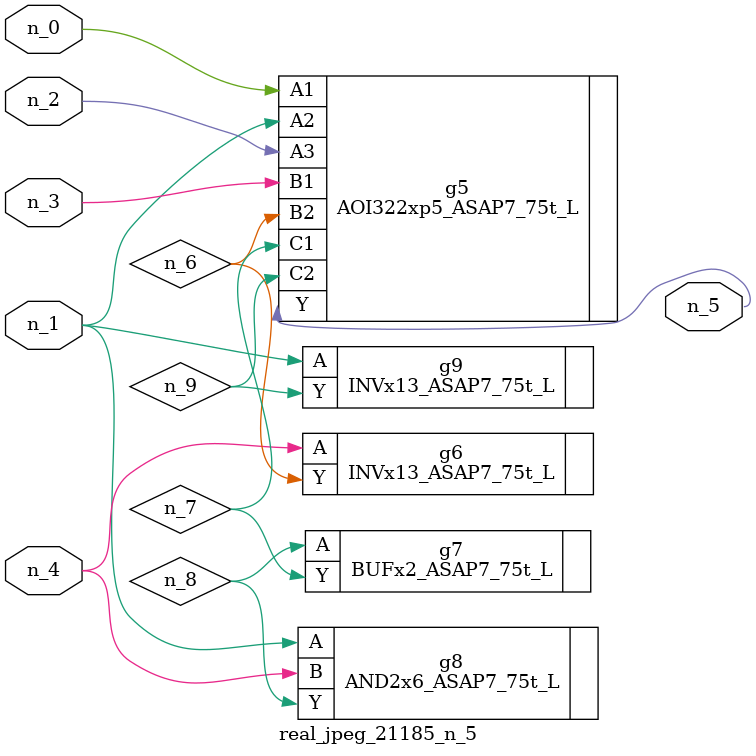
<source format=v>
module real_jpeg_21185_n_5 (n_4, n_0, n_1, n_2, n_3, n_5);

input n_4;
input n_0;
input n_1;
input n_2;
input n_3;

output n_5;

wire n_8;
wire n_6;
wire n_7;
wire n_9;

AOI322xp5_ASAP7_75t_L g5 ( 
.A1(n_0),
.A2(n_1),
.A3(n_2),
.B1(n_3),
.B2(n_6),
.C1(n_7),
.C2(n_9),
.Y(n_5)
);

AND2x6_ASAP7_75t_L g8 ( 
.A(n_1),
.B(n_4),
.Y(n_8)
);

INVx13_ASAP7_75t_L g9 ( 
.A(n_1),
.Y(n_9)
);

INVx13_ASAP7_75t_L g6 ( 
.A(n_4),
.Y(n_6)
);

BUFx2_ASAP7_75t_L g7 ( 
.A(n_8),
.Y(n_7)
);


endmodule
</source>
